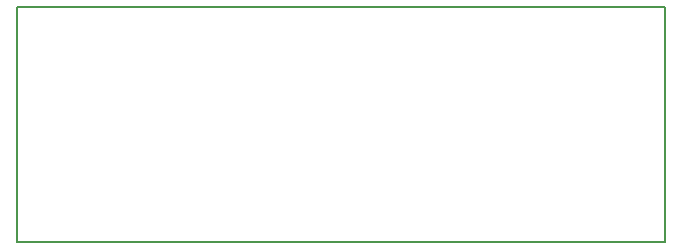
<source format=gbr>
G04 DipTrace 2.4.0.2*
%INBoardOutline.gbr*%
%MOIN*%
%ADD11C,0.006*%
%FSLAX44Y44*%
G04*
G70*
G90*
G75*
G01*
%LNBoardOutline*%
%LPD*%
X3940Y11790D2*
D11*
Y3940D1*
X25540D1*
Y11790D1*
X3940D1*
M02*

</source>
